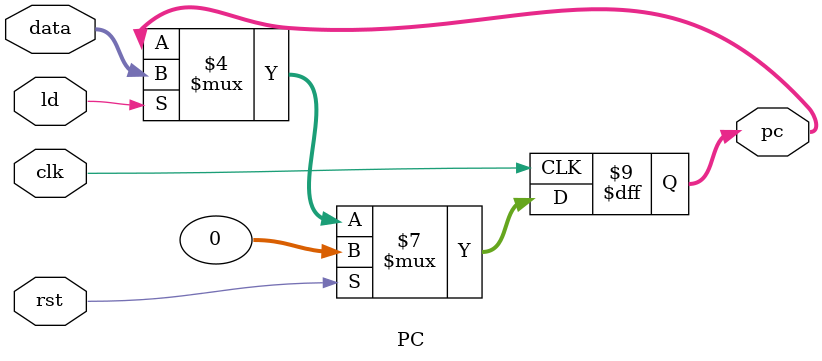
<source format=v>
`timescale 1ns / 1ps


module PC(
    input rst,
    input ld,
    input [31:0] data,
    input clk,
    output reg [31:0] pc = 0
    );

    always @ (posedge clk) begin
    
    if(rst) pc <= 0;
    else if(ld) pc <= data;
    else pc <= pc;
    
    end
    
endmodule

</source>
